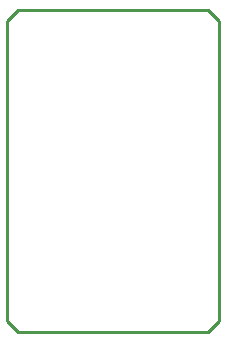
<source format=gbr>
%TF.GenerationSoftware,Altium Limited,Altium Designer,18.1.9 (240)*%
G04 Layer_Color=16711935*
%FSLAX45Y45*%
%MOMM*%
%TF.FileFunction,Other,Mechanical_1*%
%TF.Part,Single*%
G01*
G75*
%TA.AperFunction,NonConductor*%
%ADD25C,0.25400*%
D25*
Y290000D02*
Y415000D01*
Y97500D02*
Y290000D01*
X1700000Y2500D02*
X1795000Y97500D01*
X95000Y2500D02*
X1695000D01*
X0Y97500D02*
X95000Y2500D01*
X0Y415000D02*
Y2640000D01*
X95000Y2735000D01*
X1700000D01*
X1795000Y2640000D01*
Y102500D02*
Y2640000D01*
%TF.MD5,72ce53f49b5fa6af43d48f0a5d9547d8*%
M02*

</source>
